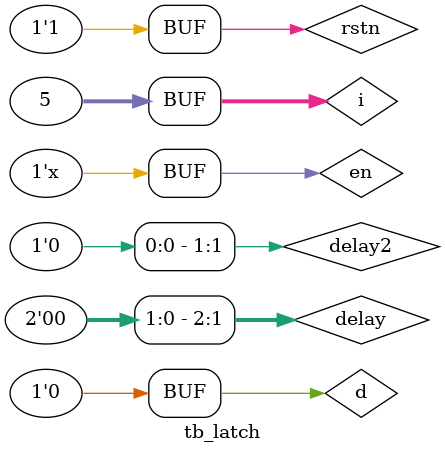
<source format=v>
module tb_latch ();
  // Declare variables that can be used to drive values to the design
  reg       d     ;
  reg       en    ;
  reg       rstn  ;
  reg [2:0] delay ;
  reg [1:0] delay2;
  integer   i     ;

  // Instantiate design and connect design ports with TB signals
  dlatch2 dl0 (
    .d   (d   ),
    .en  (en  ),
    .rstn(rstn),
    .q   (q   )
  );

  // This initial block forms the stimulus to test the design
  initial begin
    $monitor ("@@@ [%0t] en=%0b d=%0b q=%0b", $time, en, d, q);

    #10

    // 1. Initialize testbench variables
    d <= 0;
    en <= 0;
    rstn <= 0;

    // 2. Release reset
    #10 rstn <= 1;

    // 3. Randomly change d and enable
    for (i = 0; i < 5; i=i+1) begin
      delay = $random;
      delay2 = $random;
      #(delay2) en <= ~en;
      #(delay) d <= i;
    end
  end
endmodule
</source>
